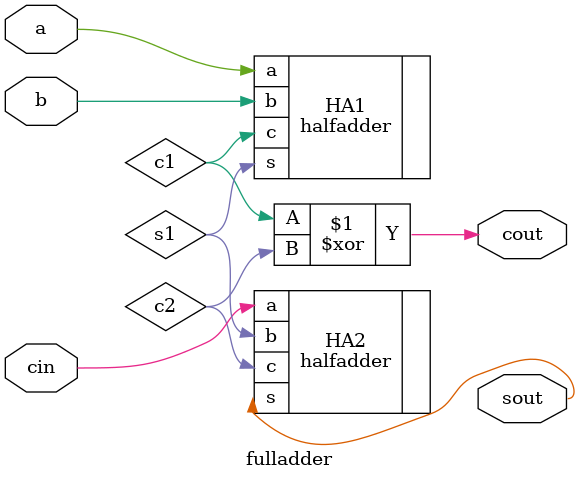
<source format=sv>
`timescale 1ns / 1ps


module fulladder(
    input a,
    input b,
    input cin,
    output cout,
    output sout
    );
    
wire s1, c1, c2;

halfadder HA1(
    .a(a),
    .b(b),
    .c(c1),
    .s(s1)
    );
    
halfadder HA2(
    .a(cin),
    .b(s1),
    .c(c2),
    .s(sout)
    );
    
assign cout = c1 ^ c2;
    
endmodule

</source>
